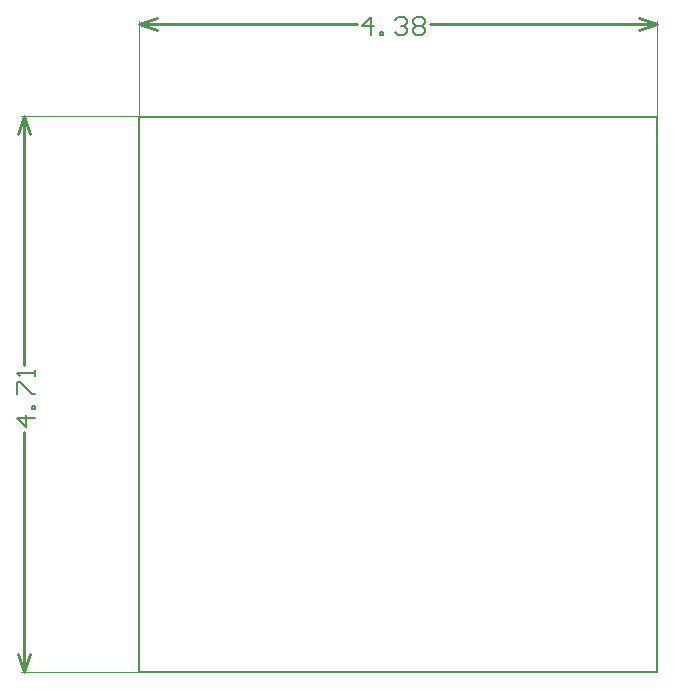
<source format=gko>
%FSLAX25Y25*%
%MOIN*%
G70*
G01*
G75*
G04 Layer_Color=16711935*
%ADD10R,0.07874X0.03150*%
%ADD11R,0.08465X0.11221*%
%ADD12R,0.06693X0.06693*%
%ADD13R,0.04134X0.02362*%
%ADD14R,0.05512X0.04724*%
%ADD15R,0.09921X0.13425*%
%ADD16O,0.05709X0.02362*%
%ADD17R,0.07284X0.16339*%
%ADD18O,0.00984X0.06102*%
%ADD19O,0.06102X0.00984*%
%ADD20R,0.09449X0.07087*%
%ADD21R,0.04724X0.05512*%
%ADD22R,0.05512X0.02362*%
%ADD23R,0.07087X0.02362*%
G04:AMPARAMS|DCode=24|XSize=74.8mil|YSize=125.98mil|CornerRadius=0mil|HoleSize=0mil|Usage=FLASHONLY|Rotation=90.000|XOffset=0mil|YOffset=0mil|HoleType=Round|Shape=Octagon|*
%AMOCTAGOND24*
4,1,8,-0.06299,-0.01870,-0.06299,0.01870,-0.04429,0.03740,0.04429,0.03740,0.06299,0.01870,0.06299,-0.01870,0.04429,-0.03740,-0.04429,-0.03740,-0.06299,-0.01870,0.0*
%
%ADD24OCTAGOND24*%

%ADD25R,0.21654X0.09843*%
%ADD26C,0.01000*%
%ADD27C,0.02000*%
%ADD28C,0.05906*%
%ADD29R,0.05906X0.05906*%
%ADD30O,0.06299X0.03937*%
%ADD31C,0.07874*%
%ADD32C,0.06299*%
%ADD33C,0.09000*%
%ADD34C,0.01969*%
%ADD35C,0.01600*%
%ADD36C,0.03000*%
%ADD37R,0.12598X0.20472*%
%ADD38C,0.00984*%
%ADD39C,0.02362*%
%ADD40C,0.00800*%
%ADD41C,0.00787*%
%ADD42C,0.00600*%
%ADD43R,0.08674X0.03950*%
%ADD44R,0.09265X0.12020*%
%ADD45R,0.07493X0.07493*%
%ADD46R,0.04934X0.03162*%
%ADD47R,0.06312X0.05524*%
%ADD48R,0.10721X0.14225*%
%ADD49O,0.06509X0.03162*%
%ADD50R,0.08083X0.17139*%
%ADD51O,0.01784X0.06902*%
%ADD52O,0.06902X0.01784*%
%ADD53R,0.10249X0.07887*%
%ADD54R,0.05524X0.06312*%
%ADD55R,0.06312X0.03162*%
%ADD56R,0.07887X0.03162*%
G04:AMPARAMS|DCode=57|XSize=82.8mil|YSize=133.98mil|CornerRadius=0mil|HoleSize=0mil|Usage=FLASHONLY|Rotation=90.000|XOffset=0mil|YOffset=0mil|HoleType=Round|Shape=Octagon|*
%AMOCTAGOND57*
4,1,8,-0.06699,-0.02070,-0.06699,0.02070,-0.04629,0.04140,0.04629,0.04140,0.06699,0.02070,0.06699,-0.02070,0.04629,-0.04140,-0.04629,-0.04140,-0.06699,-0.02070,0.0*
%
%ADD57OCTAGOND57*%

%ADD58R,0.22453X0.10642*%
%ADD59C,0.06706*%
%ADD60R,0.06706X0.06706*%
%ADD61O,0.07099X0.04737*%
%ADD62C,0.08674*%
%ADD63C,0.07099*%
%ADD64C,0.09800*%
%ADD65C,0.00100*%
D26*
X96747Y216000D02*
X172500D01*
X0D02*
X72553D01*
X166500Y218000D02*
X172500Y216000D01*
X166500Y214000D02*
X172500Y216000D01*
X0D02*
X6000Y214000D01*
X0Y216000D02*
X6000Y218000D01*
X-38400Y0D02*
Y80003D01*
Y102197D02*
Y185400D01*
Y0D02*
X-36400Y6000D01*
X-40400D02*
X-38400Y0D01*
X-40400Y179400D02*
X-38400Y185400D01*
X-36400Y179400D01*
D42*
X0Y0D02*
X172500D01*
Y185000D01*
X0D02*
X172500D01*
X0Y0D02*
Y185000D01*
X77152Y212401D02*
Y218399D01*
X74153Y215400D01*
X78152D01*
X80151Y212401D02*
Y213401D01*
X81151D01*
Y212401D01*
X80151D01*
X85150Y217399D02*
X86150Y218399D01*
X88149D01*
X89148Y217399D01*
Y216400D01*
X88149Y215400D01*
X87149D01*
X88149D01*
X89148Y214400D01*
Y213401D01*
X88149Y212401D01*
X86150D01*
X85150Y213401D01*
X91148Y217399D02*
X92148Y218399D01*
X94147D01*
X95147Y217399D01*
Y216400D01*
X94147Y215400D01*
X95147Y214400D01*
Y213401D01*
X94147Y212401D01*
X92148D01*
X91148Y213401D01*
Y214400D01*
X92148Y215400D01*
X91148Y216400D01*
Y217399D01*
X92148Y215400D02*
X94147D01*
X-34801Y84602D02*
X-40799D01*
X-37800Y81603D01*
Y85602D01*
X-34801Y87601D02*
X-35801D01*
Y88601D01*
X-34801D01*
Y87601D01*
X-40799Y92599D02*
Y96598D01*
X-39799D01*
X-35801Y92599D01*
X-34801D01*
Y98598D02*
Y100597D01*
Y99597D01*
X-40799D01*
X-39799Y98598D01*
D65*
X172500Y185100D02*
Y217000D01*
X0Y185400D02*
Y217000D01*
X-39400Y0D02*
X-400D01*
X-39400Y185400D02*
X0D01*
M02*

</source>
